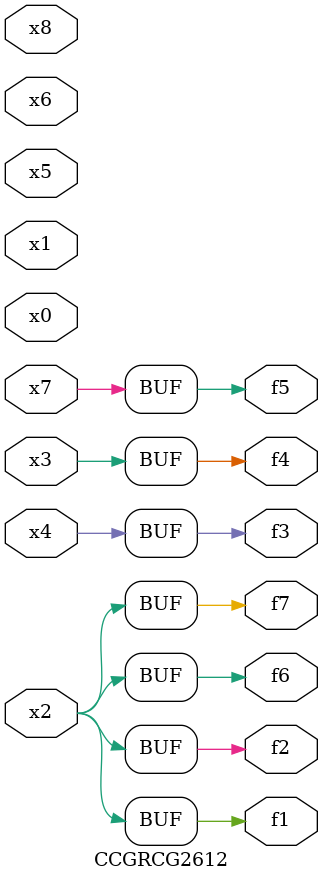
<source format=v>
module CCGRCG2612(
	input x0, x1, x2, x3, x4, x5, x6, x7, x8,
	output f1, f2, f3, f4, f5, f6, f7
);
	assign f1 = x2;
	assign f2 = x2;
	assign f3 = x4;
	assign f4 = x3;
	assign f5 = x7;
	assign f6 = x2;
	assign f7 = x2;
endmodule

</source>
